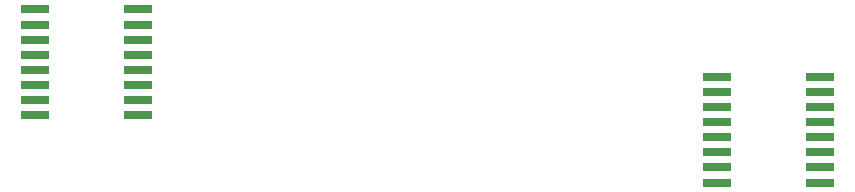
<source format=gbr>
%TF.GenerationSoftware,Altium Limited,Altium Designer,24.9.1 (31)*%
G04 Layer_Color=8421504*
%FSLAX45Y45*%
%MOMM*%
%TF.SameCoordinates,93858F84-5B26-42CC-8C8E-0B90E3909A9F*%
%TF.FilePolarity,Positive*%
%TF.FileFunction,Paste,Top*%
%TF.Part,Single*%
G01*
G75*
%TA.AperFunction,SMDPad,CuDef*%
%ADD10R,2.40000X0.80000*%
%ADD11R,2.40000X0.70000*%
D10*
X13325998Y8005999D02*
D03*
Y7107001D02*
D03*
X12446000D02*
D03*
Y8005999D02*
D03*
X7551999Y8577499D02*
D03*
Y7678501D02*
D03*
X6672001D02*
D03*
Y8577499D02*
D03*
D11*
X13325998Y7874000D02*
D03*
Y7747000D02*
D03*
Y7620000D02*
D03*
Y7493000D02*
D03*
Y7366000D02*
D03*
Y7239000D02*
D03*
X12446000D02*
D03*
Y7366000D02*
D03*
Y7493000D02*
D03*
Y7620000D02*
D03*
Y7747000D02*
D03*
Y7874000D02*
D03*
X7551999Y8445500D02*
D03*
Y8318500D02*
D03*
Y8191500D02*
D03*
Y8064500D02*
D03*
Y7937500D02*
D03*
Y7810500D02*
D03*
X6672001D02*
D03*
Y7937500D02*
D03*
Y8064500D02*
D03*
Y8191500D02*
D03*
Y8318500D02*
D03*
Y8445500D02*
D03*
%TF.MD5,3696ee943ac133df5dd994f009c17a02*%
M02*

</source>
